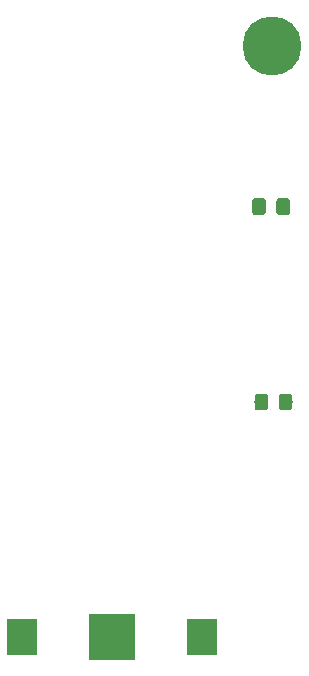
<source format=gbr>
G04 #@! TF.GenerationSoftware,KiCad,Pcbnew,5.1.4-e60b266~84~ubuntu18.04.1*
G04 #@! TF.CreationDate,2019-09-14T19:57:04-06:00*
G04 #@! TF.ProjectId,001,3030312e-6b69-4636-9164-5f7063625858,1*
G04 #@! TF.SameCoordinates,Original*
G04 #@! TF.FileFunction,Paste,Bot*
G04 #@! TF.FilePolarity,Positive*
%FSLAX46Y46*%
G04 Gerber Fmt 4.6, Leading zero omitted, Abs format (unit mm)*
G04 Created by KiCad (PCBNEW 5.1.4-e60b266~84~ubuntu18.04.1) date 2019-09-14 19:57:04*
%MOMM*%
%LPD*%
G04 APERTURE LIST*
%ADD10R,3.960000X3.960000*%
%ADD11R,2.540000X3.170000*%
%ADD12C,0.152400*%
%ADD13C,1.150000*%
%ADD14C,5.000000*%
G04 APERTURE END LIST*
D10*
X124561600Y-98526600D03*
D11*
X116941600Y-98526600D03*
X132181600Y-98526600D03*
D12*
G36*
X139372705Y-61429604D02*
G01*
X139396973Y-61433204D01*
X139420772Y-61439165D01*
X139443871Y-61447430D01*
X139466050Y-61457920D01*
X139487093Y-61470532D01*
X139506799Y-61485147D01*
X139524977Y-61501623D01*
X139541453Y-61519801D01*
X139556068Y-61539507D01*
X139568680Y-61560550D01*
X139579170Y-61582729D01*
X139587435Y-61605828D01*
X139593396Y-61629627D01*
X139596996Y-61653895D01*
X139598200Y-61678399D01*
X139598200Y-62578401D01*
X139596996Y-62602905D01*
X139593396Y-62627173D01*
X139587435Y-62650972D01*
X139579170Y-62674071D01*
X139568680Y-62696250D01*
X139556068Y-62717293D01*
X139541453Y-62736999D01*
X139524977Y-62755177D01*
X139506799Y-62771653D01*
X139487093Y-62786268D01*
X139466050Y-62798880D01*
X139443871Y-62809370D01*
X139420772Y-62817635D01*
X139396973Y-62823596D01*
X139372705Y-62827196D01*
X139348201Y-62828400D01*
X138698199Y-62828400D01*
X138673695Y-62827196D01*
X138649427Y-62823596D01*
X138625628Y-62817635D01*
X138602529Y-62809370D01*
X138580350Y-62798880D01*
X138559307Y-62786268D01*
X138539601Y-62771653D01*
X138521423Y-62755177D01*
X138504947Y-62736999D01*
X138490332Y-62717293D01*
X138477720Y-62696250D01*
X138467230Y-62674071D01*
X138458965Y-62650972D01*
X138453004Y-62627173D01*
X138449404Y-62602905D01*
X138448200Y-62578401D01*
X138448200Y-61678399D01*
X138449404Y-61653895D01*
X138453004Y-61629627D01*
X138458965Y-61605828D01*
X138467230Y-61582729D01*
X138477720Y-61560550D01*
X138490332Y-61539507D01*
X138504947Y-61519801D01*
X138521423Y-61501623D01*
X138539601Y-61485147D01*
X138559307Y-61470532D01*
X138580350Y-61457920D01*
X138602529Y-61447430D01*
X138625628Y-61439165D01*
X138649427Y-61433204D01*
X138673695Y-61429604D01*
X138698199Y-61428400D01*
X139348201Y-61428400D01*
X139372705Y-61429604D01*
X139372705Y-61429604D01*
G37*
D13*
X139023200Y-62128400D03*
D12*
G36*
X137322705Y-61429604D02*
G01*
X137346973Y-61433204D01*
X137370772Y-61439165D01*
X137393871Y-61447430D01*
X137416050Y-61457920D01*
X137437093Y-61470532D01*
X137456799Y-61485147D01*
X137474977Y-61501623D01*
X137491453Y-61519801D01*
X137506068Y-61539507D01*
X137518680Y-61560550D01*
X137529170Y-61582729D01*
X137537435Y-61605828D01*
X137543396Y-61629627D01*
X137546996Y-61653895D01*
X137548200Y-61678399D01*
X137548200Y-62578401D01*
X137546996Y-62602905D01*
X137543396Y-62627173D01*
X137537435Y-62650972D01*
X137529170Y-62674071D01*
X137518680Y-62696250D01*
X137506068Y-62717293D01*
X137491453Y-62736999D01*
X137474977Y-62755177D01*
X137456799Y-62771653D01*
X137437093Y-62786268D01*
X137416050Y-62798880D01*
X137393871Y-62809370D01*
X137370772Y-62817635D01*
X137346973Y-62823596D01*
X137322705Y-62827196D01*
X137298201Y-62828400D01*
X136648199Y-62828400D01*
X136623695Y-62827196D01*
X136599427Y-62823596D01*
X136575628Y-62817635D01*
X136552529Y-62809370D01*
X136530350Y-62798880D01*
X136509307Y-62786268D01*
X136489601Y-62771653D01*
X136471423Y-62755177D01*
X136454947Y-62736999D01*
X136440332Y-62717293D01*
X136427720Y-62696250D01*
X136417230Y-62674071D01*
X136408965Y-62650972D01*
X136403004Y-62627173D01*
X136399404Y-62602905D01*
X136398200Y-62578401D01*
X136398200Y-61678399D01*
X136399404Y-61653895D01*
X136403004Y-61629627D01*
X136408965Y-61605828D01*
X136417230Y-61582729D01*
X136427720Y-61560550D01*
X136440332Y-61539507D01*
X136454947Y-61519801D01*
X136471423Y-61501623D01*
X136489601Y-61485147D01*
X136509307Y-61470532D01*
X136530350Y-61457920D01*
X136552529Y-61447430D01*
X136575628Y-61439165D01*
X136599427Y-61433204D01*
X136623695Y-61429604D01*
X136648199Y-61428400D01*
X137298201Y-61428400D01*
X137322705Y-61429604D01*
X137322705Y-61429604D01*
G37*
D13*
X136973200Y-62128400D03*
D12*
G36*
X137525905Y-77965004D02*
G01*
X137550173Y-77968604D01*
X137573972Y-77974565D01*
X137597071Y-77982830D01*
X137619250Y-77993320D01*
X137640293Y-78005932D01*
X137659999Y-78020547D01*
X137678177Y-78037023D01*
X137694653Y-78055201D01*
X137709268Y-78074907D01*
X137721880Y-78095950D01*
X137732370Y-78118129D01*
X137740635Y-78141228D01*
X137746596Y-78165027D01*
X137750196Y-78189295D01*
X137751400Y-78213799D01*
X137751400Y-79113801D01*
X137750196Y-79138305D01*
X137746596Y-79162573D01*
X137740635Y-79186372D01*
X137732370Y-79209471D01*
X137721880Y-79231650D01*
X137709268Y-79252693D01*
X137694653Y-79272399D01*
X137678177Y-79290577D01*
X137659999Y-79307053D01*
X137640293Y-79321668D01*
X137619250Y-79334280D01*
X137597071Y-79344770D01*
X137573972Y-79353035D01*
X137550173Y-79358996D01*
X137525905Y-79362596D01*
X137501401Y-79363800D01*
X136851399Y-79363800D01*
X136826895Y-79362596D01*
X136802627Y-79358996D01*
X136778828Y-79353035D01*
X136755729Y-79344770D01*
X136733550Y-79334280D01*
X136712507Y-79321668D01*
X136692801Y-79307053D01*
X136674623Y-79290577D01*
X136658147Y-79272399D01*
X136643532Y-79252693D01*
X136630920Y-79231650D01*
X136620430Y-79209471D01*
X136612165Y-79186372D01*
X136606204Y-79162573D01*
X136602604Y-79138305D01*
X136601400Y-79113801D01*
X136601400Y-78213799D01*
X136602604Y-78189295D01*
X136606204Y-78165027D01*
X136612165Y-78141228D01*
X136620430Y-78118129D01*
X136630920Y-78095950D01*
X136643532Y-78074907D01*
X136658147Y-78055201D01*
X136674623Y-78037023D01*
X136692801Y-78020547D01*
X136712507Y-78005932D01*
X136733550Y-77993320D01*
X136755729Y-77982830D01*
X136778828Y-77974565D01*
X136802627Y-77968604D01*
X136826895Y-77965004D01*
X136851399Y-77963800D01*
X137501401Y-77963800D01*
X137525905Y-77965004D01*
X137525905Y-77965004D01*
G37*
D13*
X137176400Y-78663800D03*
D12*
G36*
X139575905Y-77965004D02*
G01*
X139600173Y-77968604D01*
X139623972Y-77974565D01*
X139647071Y-77982830D01*
X139669250Y-77993320D01*
X139690293Y-78005932D01*
X139709999Y-78020547D01*
X139728177Y-78037023D01*
X139744653Y-78055201D01*
X139759268Y-78074907D01*
X139771880Y-78095950D01*
X139782370Y-78118129D01*
X139790635Y-78141228D01*
X139796596Y-78165027D01*
X139800196Y-78189295D01*
X139801400Y-78213799D01*
X139801400Y-79113801D01*
X139800196Y-79138305D01*
X139796596Y-79162573D01*
X139790635Y-79186372D01*
X139782370Y-79209471D01*
X139771880Y-79231650D01*
X139759268Y-79252693D01*
X139744653Y-79272399D01*
X139728177Y-79290577D01*
X139709999Y-79307053D01*
X139690293Y-79321668D01*
X139669250Y-79334280D01*
X139647071Y-79344770D01*
X139623972Y-79353035D01*
X139600173Y-79358996D01*
X139575905Y-79362596D01*
X139551401Y-79363800D01*
X138901399Y-79363800D01*
X138876895Y-79362596D01*
X138852627Y-79358996D01*
X138828828Y-79353035D01*
X138805729Y-79344770D01*
X138783550Y-79334280D01*
X138762507Y-79321668D01*
X138742801Y-79307053D01*
X138724623Y-79290577D01*
X138708147Y-79272399D01*
X138693532Y-79252693D01*
X138680920Y-79231650D01*
X138670430Y-79209471D01*
X138662165Y-79186372D01*
X138656204Y-79162573D01*
X138652604Y-79138305D01*
X138651400Y-79113801D01*
X138651400Y-78213799D01*
X138652604Y-78189295D01*
X138656204Y-78165027D01*
X138662165Y-78141228D01*
X138670430Y-78118129D01*
X138680920Y-78095950D01*
X138693532Y-78074907D01*
X138708147Y-78055201D01*
X138724623Y-78037023D01*
X138742801Y-78020547D01*
X138762507Y-78005932D01*
X138783550Y-77993320D01*
X138805729Y-77982830D01*
X138828828Y-77974565D01*
X138852627Y-77968604D01*
X138876895Y-77965004D01*
X138901399Y-77963800D01*
X139551401Y-77963800D01*
X139575905Y-77965004D01*
X139575905Y-77965004D01*
G37*
D13*
X139226400Y-78663800D03*
D14*
X138074400Y-48488600D03*
M02*

</source>
